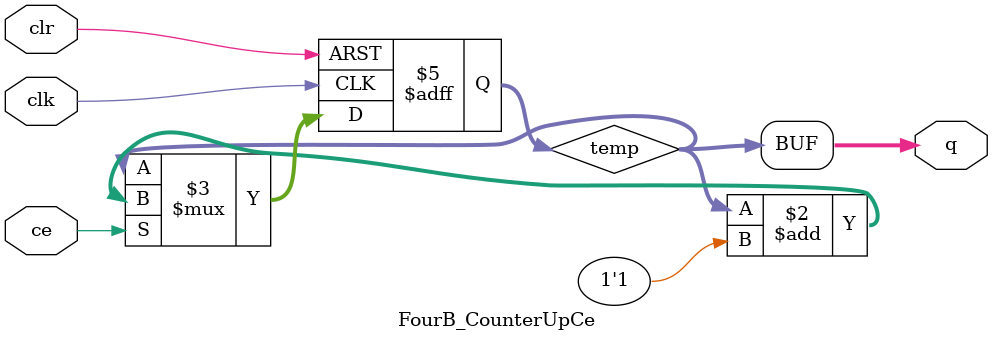
<source format=v>


module FourB_CounterUpC (clk,clr,q);

input        clk,clr;
output [3:0] q;
reg    [3:0] temp;

always @(posedge clk or posedge clr) begin

  if (clr)
     temp <= 4'b0000;
  else
     temp <= temp + 1'b1;
end

assign q = temp;

endmodule 


//Following is the Verilog code for a 4-bit unsigned down counter with synchronous set.
module FourB_CounterDownS (clk,s,q);

input        clk,s;
output [3:0] q; 
reg    [3:0] temp; 

always @(posedge clk) begin

  if (s)
     temp <= 4'b1111;
  else
     temp <= temp - 1'b1;
end

assign q = temp;

endmodule


//Following is the Verilog code for a 4-bit unsigned up counter with an asynchronous load from the primary input.
module FourB_CounterUpLPI (clk,load,d,q);

input       clk,load;
input  [3:0] d;
output [3:0] q;
reg    [3:0] temp;

always @(posedge clk or posedge load) begin

  if (load)
     temp <= d;
  else
     temp <= temp + 1'b1;
end

assign q = temp;

endmodule


//Following is the Verilog code for a 4-bit unsigned up counter with a synchronous load with a constant.
module FourB_CounterUpL (clk, sload, q);

input        clk,sload;
output [3:0] q;
reg    [3:0] temp;

always @(posedge clk) begin

  if (sload)
     temp <= 4'b1010;
  else
     temp <= temp + 1'b1;
end

assign q = temp;

endmodule


//Following is the Verilog code for a 4-bit unsigned up counter with an asynchronous clear and a clock enable.
module FourB_CounterUpCe (clk,clr,ce,q);

input        clk,clr,ce;
output [3:0] q;
reg    [3:0] temp;

always @(posedge clk or posedge clr) begin

  if (clr)
     temp <= 4'b0000;
  else if (ce)
     temp <= temp + 1'b1;
end

assign q = temp;

endmodule






</source>
